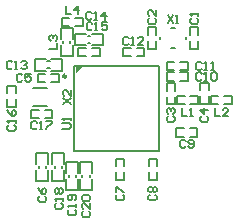
<source format=gto>
G04*
G04 #@! TF.GenerationSoftware,Altium Limited,Altium Designer,19.0.15 (446)*
G04*
G04 Layer_Color=65535*
%FSLAX24Y24*%
%MOIN*%
G70*
G01*
G75*
%ADD10C,0.0098*%
%ADD11C,0.0060*%
%ADD12C,0.0079*%
G36*
X-1181Y1378D02*
X-1378Y1181D01*
Y1378D01*
X-1181Y1378D01*
D02*
G37*
D10*
X-1699Y1083D02*
G03*
X-1699Y1083I-49J0D01*
G01*
D11*
X1654Y935D02*
Y1211D01*
X2362Y935D02*
Y1211D01*
X2106Y935D02*
X2362D01*
X1654D02*
X1909D01*
X2106Y1211D02*
X2362D01*
X1654D02*
X1909D01*
X3834Y164D02*
Y440D01*
X3126Y164D02*
Y440D01*
X3382D01*
X3578D02*
X3834D01*
X3126Y164D02*
X3382D01*
X3578D02*
X3834D01*
X2778Y166D02*
X2778Y422D01*
X2778Y874D02*
X2778Y618D01*
X3054Y166D02*
Y422D01*
X3054Y618D02*
X3054Y874D01*
X2778D02*
X3054D01*
X2778Y166D02*
X3054D01*
X2706Y164D02*
Y440D01*
X1998Y164D02*
Y440D01*
X2254Y440D01*
X2450Y440D02*
X2706D01*
X1998Y164D02*
X2254D01*
X2450D02*
X2706D01*
X1654Y148D02*
Y404D01*
Y601D02*
Y856D01*
X1930Y148D02*
Y404D01*
Y601D02*
Y856D01*
X1654D02*
X1930D01*
X1654Y148D02*
X1930D01*
X207Y1762D02*
Y2037D01*
X915Y1762D02*
Y2037D01*
X659Y1762D02*
X915D01*
X207D02*
X463D01*
X659Y2037D02*
X915D01*
X207D02*
X463D01*
X1053Y-2372D02*
X1329D01*
X1053Y-1663D02*
X1329D01*
Y-1919D02*
Y-1663D01*
Y-2372D02*
Y-2116D01*
X1053Y-1919D02*
Y-1663D01*
Y-2372D02*
Y-2116D01*
X-39Y-2372D02*
X236D01*
X-39Y-1663D02*
X236D01*
Y-1919D02*
Y-1663D01*
Y-2372D02*
Y-2116D01*
X-39Y-1919D02*
Y-1663D01*
Y-2372D02*
Y-2116D01*
X-2156Y-2411D02*
X-1762D01*
X-2156Y-1486D02*
X-1762D01*
Y-1850D02*
Y-1486D01*
Y-2411D02*
Y-2047D01*
X-2156Y-1850D02*
Y-1486D01*
Y-2411D02*
Y-2047D01*
X-2687Y-2411D02*
X-2293D01*
X-2687Y-1486D02*
X-2293D01*
Y-1850D02*
Y-1486D01*
Y-2411D02*
Y-2047D01*
X-2687Y-1850D02*
Y-1486D01*
Y-2411D02*
Y-2047D01*
X2677Y-925D02*
Y-650D01*
X1968Y-925D02*
Y-650D01*
X2224D01*
X2421D02*
X2677D01*
X1968Y-925D02*
X2224D01*
X2421D02*
X2677D01*
X2362Y1289D02*
Y1565D01*
X1654Y1289D02*
Y1565D01*
X1909D01*
X2106D02*
X2362D01*
X1654Y1289D02*
X1909D01*
X2106D02*
X2362D01*
X2437Y2006D02*
X2712D01*
X2437Y2715D02*
X2712D01*
Y2459D02*
Y2715D01*
Y2006D02*
Y2262D01*
X2437Y2459D02*
Y2715D01*
Y2006D02*
Y2262D01*
X1812Y2707D02*
X1937D01*
X1449Y2337D02*
Y2384D01*
X1812Y2014D02*
X1937D01*
X2300Y2337D02*
Y2384D01*
X1037Y2715D02*
X1312D01*
X1037Y2006D02*
X1312D01*
X1037D02*
Y2262D01*
Y2459D02*
Y2715D01*
X1312Y2006D02*
Y2262D01*
Y2459D02*
Y2715D01*
X-2746Y1270D02*
Y1663D01*
X-1821Y1270D02*
Y1663D01*
X-2185Y1270D02*
X-1821D01*
X-2746D02*
X-2382D01*
X-2185Y1663D02*
X-1821D01*
X-2746D02*
X-2382D01*
X-2648Y896D02*
Y1171D01*
X-1939Y896D02*
Y1171D01*
X-2195Y896D02*
X-1939D01*
X-2648D02*
X-2392D01*
X-2195Y1171D02*
X-1939D01*
X-2648D02*
X-2392D01*
X-2865Y-305D02*
Y-30D01*
X-2156Y-305D02*
Y-30D01*
X-2412Y-305D02*
X-2156D01*
X-2865D02*
X-2609D01*
X-2412Y-30D02*
X-2156D01*
X-2865D02*
X-2609D01*
X-3652Y768D02*
X-3377D01*
X-3652Y59D02*
X-3377D01*
X-3652D02*
Y315D01*
Y512D02*
Y768D01*
X-3377Y59D02*
Y315D01*
Y512D02*
Y768D01*
X-1870Y2687D02*
X-1476D01*
X-1870Y1762D02*
X-1476D01*
Y2323D02*
Y2687D01*
Y1762D02*
Y2126D01*
X-1870Y2323D02*
Y2687D01*
Y1762D02*
Y2126D01*
X-1841Y3041D02*
X-1585D01*
X-1388D02*
X-1132D01*
X-1841Y2766D02*
X-1585D01*
X-1388D02*
X-1132D01*
Y3041D01*
X-1841Y2766D02*
Y3041D01*
X-1693Y-2697D02*
X-1299D01*
X-1693Y-1772D02*
X-1299D01*
Y-2136D02*
Y-1772D01*
Y-2697D02*
Y-2333D01*
X-1693Y-2136D02*
Y-1772D01*
Y-2697D02*
Y-2333D01*
X-1230Y-2697D02*
X-837D01*
X-1230Y-1772D02*
X-837D01*
Y-2136D02*
Y-1772D01*
Y-2697D02*
Y-2333D01*
X-1230Y-2136D02*
Y-1772D01*
Y-2697D02*
Y-2333D01*
X-1388Y2112D02*
Y2506D01*
X-463Y2112D02*
Y2506D01*
X-827Y2112D02*
X-463D01*
X-1388D02*
X-1024D01*
X-827Y2506D02*
X-463D01*
X-1388D02*
X-1024D01*
X-576Y1762D02*
Y2038D01*
X-1284Y1762D02*
Y2038D01*
X-1028D01*
X-832D02*
X-576D01*
X-1284Y1762D02*
X-1028D01*
X-832D02*
X-576D01*
X2827Y1167D02*
X2782Y1212D01*
X2692D01*
X2647Y1167D01*
Y987D01*
X2692Y942D01*
X2782D01*
X2827Y987D01*
X2917Y942D02*
X3007D01*
X2962D01*
Y1212D01*
X2917Y1167D01*
X3142D02*
X3187Y1212D01*
X3277D01*
X3322Y1167D01*
Y987D01*
X3277Y942D01*
X3187D01*
X3142Y987D01*
Y1167D01*
X3257Y20D02*
Y-250D01*
X3437D01*
X3707D02*
X3527D01*
X3707Y-70D01*
Y-25D01*
X3662Y20D01*
X3572D01*
X3527Y-25D01*
X2822Y-250D02*
X2778Y-295D01*
Y-385D01*
X2822Y-430D01*
X3002D01*
X3047Y-385D01*
Y-295D01*
X3002Y-250D01*
X3047Y-25D02*
X2778D01*
X2912Y-160D01*
Y20D01*
X2167D02*
Y-250D01*
X2347D01*
X2437D02*
X2527D01*
X2482D01*
Y20D01*
X2437Y-25D01*
X1702Y-250D02*
X1658Y-295D01*
Y-385D01*
X1702Y-430D01*
X1882D01*
X1927Y-385D01*
Y-295D01*
X1882Y-250D01*
X1702Y-160D02*
X1658Y-115D01*
Y-25D01*
X1702Y20D01*
X1747D01*
X1792Y-25D01*
Y-70D01*
Y-25D01*
X1837Y20D01*
X1882D01*
X1927Y-25D01*
Y-115D01*
X1882Y-160D01*
X389Y2348D02*
X344Y2393D01*
X254D01*
X209Y2348D01*
Y2168D01*
X254Y2123D01*
X344D01*
X389Y2168D01*
X479Y2123D02*
X569D01*
X524D01*
Y2393D01*
X479Y2348D01*
X883Y2123D02*
X703D01*
X883Y2303D01*
Y2348D01*
X838Y2393D01*
X748D01*
X703Y2348D01*
X-1587Y-3370D02*
X-1632Y-3415D01*
Y-3505D01*
X-1587Y-3550D01*
X-1408D01*
X-1363Y-3505D01*
Y-3415D01*
X-1408Y-3370D01*
X-1363Y-3280D02*
Y-3190D01*
Y-3235D01*
X-1632D01*
X-1587Y-3280D01*
X-1408Y-3055D02*
X-1363Y-3010D01*
Y-2920D01*
X-1408Y-2875D01*
X-1587D01*
X-1632Y-2920D01*
Y-3010D01*
X-1587Y-3055D01*
X-1543D01*
X-1498Y-3010D01*
Y-2875D01*
X-2032Y-3150D02*
X-2077Y-3195D01*
Y-3285D01*
X-2032Y-3330D01*
X-1852D01*
X-1807Y-3285D01*
Y-3195D01*
X-1852Y-3150D01*
X-1807Y-3060D02*
Y-2970D01*
Y-3015D01*
X-2077D01*
X-2032Y-3060D01*
Y-2835D02*
X-2077Y-2790D01*
Y-2700D01*
X-2032Y-2655D01*
X-1987D01*
X-1942Y-2700D01*
X-1897Y-2655D01*
X-1852D01*
X-1807Y-2700D01*
Y-2790D01*
X-1852Y-2835D01*
X-1897D01*
X-1942Y-2790D01*
X-1987Y-2835D01*
X-2032D01*
X-1942Y-2790D02*
Y-2700D01*
X-2670Y-465D02*
X-2715Y-420D01*
X-2805D01*
X-2850Y-465D01*
Y-645D01*
X-2805Y-690D01*
X-2715D01*
X-2670Y-645D01*
X-2580Y-690D02*
X-2490D01*
X-2535D01*
Y-420D01*
X-2580Y-465D01*
X-2355Y-420D02*
X-2175D01*
Y-465D01*
X-2355Y-645D01*
Y-690D01*
X-3605Y-550D02*
X-3650Y-595D01*
Y-685D01*
X-3605Y-730D01*
X-3425D01*
X-3380Y-685D01*
Y-595D01*
X-3425Y-550D01*
X-3380Y-460D02*
Y-370D01*
Y-415D01*
X-3650D01*
X-3605Y-460D01*
X-3650Y-55D02*
X-3605Y-145D01*
X-3515Y-235D01*
X-3425D01*
X-3380Y-190D01*
Y-100D01*
X-3425Y-55D01*
X-3470D01*
X-3515Y-100D01*
Y-235D01*
X2827Y1517D02*
X2782Y1562D01*
X2692D01*
X2647Y1517D01*
Y1337D01*
X2692Y1292D01*
X2782D01*
X2827Y1337D01*
X2917Y1292D02*
X3007D01*
X2962D01*
Y1562D01*
X2917Y1517D01*
X3142Y1292D02*
X3232D01*
X3187D01*
Y1562D01*
X3142Y1517D01*
X-3150Y1125D02*
X-3195Y1170D01*
X-3285D01*
X-3330Y1125D01*
Y945D01*
X-3285Y900D01*
X-3195D01*
X-3150Y945D01*
X-2880Y1170D02*
X-3060D01*
Y1035D01*
X-2970Y1080D01*
X-2925D01*
X-2880Y1035D01*
Y945D01*
X-2925Y900D01*
X-3015D01*
X-3060Y945D01*
X-2582Y-2920D02*
X-2627Y-2965D01*
Y-3055D01*
X-2582Y-3100D01*
X-2402D01*
X-2357Y-3055D01*
Y-2965D01*
X-2402Y-2920D01*
X-2627Y-2650D02*
X-2582Y-2740D01*
X-2492Y-2830D01*
X-2402D01*
X-2357Y-2785D01*
Y-2695D01*
X-2402Y-2650D01*
X-2447D01*
X-2492Y-2695D01*
Y-2830D01*
X1095Y-2870D02*
X1050Y-2915D01*
Y-3005D01*
X1095Y-3050D01*
X1275D01*
X1320Y-3005D01*
Y-2915D01*
X1275Y-2870D01*
X1095Y-2780D02*
X1050Y-2735D01*
Y-2645D01*
X1095Y-2600D01*
X1140D01*
X1185Y-2645D01*
X1230Y-2600D01*
X1275D01*
X1320Y-2645D01*
Y-2735D01*
X1275Y-2780D01*
X1230D01*
X1185Y-2735D01*
X1140Y-2780D01*
X1095D01*
X1185Y-2735D02*
Y-2645D01*
X2492Y3011D02*
X2447Y2966D01*
Y2876D01*
X2492Y2831D01*
X2672D01*
X2717Y2876D01*
Y2966D01*
X2672Y3011D01*
X2717Y3101D02*
Y3191D01*
Y3146D01*
X2447D01*
X2492Y3101D01*
X1687Y3121D02*
X1867Y2851D01*
Y3121D02*
X1687Y2851D01*
X1957D02*
X2047D01*
X2002D01*
Y3121D01*
X1957Y3076D01*
X2290Y-1075D02*
X2245Y-1030D01*
X2155D01*
X2110Y-1075D01*
Y-1255D01*
X2155Y-1300D01*
X2245D01*
X2290Y-1255D01*
X2380D02*
X2425Y-1300D01*
X2515D01*
X2560Y-1255D01*
Y-1075D01*
X2515Y-1030D01*
X2425D01*
X2380Y-1075D01*
Y-1120D01*
X2425Y-1165D01*
X2560D01*
X5Y-2870D02*
X-40Y-2915D01*
Y-3005D01*
X5Y-3050D01*
X185D01*
X230Y-3005D01*
Y-2915D01*
X185Y-2870D01*
X-40Y-2780D02*
Y-2600D01*
X5D01*
X185Y-2780D01*
X230D01*
X1082Y3011D02*
X1037Y2966D01*
Y2876D01*
X1082Y2831D01*
X1262D01*
X1307Y2876D01*
Y2966D01*
X1262Y3011D01*
X1307Y3280D02*
Y3101D01*
X1127Y3280D01*
X1082D01*
X1037Y3235D01*
Y3146D01*
X1082Y3101D01*
X-1819Y-660D02*
X-1594D01*
X-1549Y-615D01*
Y-525D01*
X-1594Y-480D01*
X-1819D01*
X-1549Y-390D02*
Y-300D01*
Y-345D01*
X-1819D01*
X-1774Y-390D01*
X-1800Y170D02*
X-1530Y350D01*
X-1800D02*
X-1530Y170D01*
Y620D02*
Y440D01*
X-1710Y620D01*
X-1755D01*
X-1800Y575D01*
Y485D01*
X-1755Y440D01*
X-840Y3195D02*
X-885Y3240D01*
X-975D01*
X-1020Y3195D01*
Y3015D01*
X-975Y2970D01*
X-885D01*
X-840Y3015D01*
X-750Y2970D02*
X-660D01*
X-705D01*
Y3240D01*
X-750Y3195D01*
X-390Y2970D02*
Y3240D01*
X-525Y3105D01*
X-345D01*
X-3500Y1555D02*
X-3545Y1600D01*
X-3635D01*
X-3680Y1555D01*
Y1375D01*
X-3635Y1330D01*
X-3545D01*
X-3500Y1375D01*
X-3410Y1330D02*
X-3320D01*
X-3365D01*
Y1600D01*
X-3410Y1555D01*
X-3185D02*
X-3140Y1600D01*
X-3050D01*
X-3005Y1555D01*
Y1510D01*
X-3050Y1465D01*
X-3095D01*
X-3050D01*
X-3005Y1420D01*
Y1375D01*
X-3050Y1330D01*
X-3140D01*
X-3185Y1375D01*
X-1700Y3440D02*
Y3170D01*
X-1520D01*
X-1295D02*
Y3440D01*
X-1430Y3305D01*
X-1250D01*
X-2256Y2000D02*
X-1986D01*
Y2180D01*
X-2211Y2270D02*
X-2256Y2315D01*
Y2405D01*
X-2211Y2450D01*
X-2166D01*
X-2121Y2405D01*
Y2360D01*
Y2405D01*
X-2076Y2450D01*
X-2031D01*
X-1986Y2405D01*
Y2315D01*
X-2031Y2270D01*
X-1128Y-3420D02*
X-1172Y-3465D01*
Y-3555D01*
X-1128Y-3600D01*
X-948D01*
X-903Y-3555D01*
Y-3465D01*
X-948Y-3420D01*
X-903Y-3150D02*
Y-3330D01*
X-1083Y-3150D01*
X-1128D01*
X-1172Y-3195D01*
Y-3285D01*
X-1128Y-3330D01*
Y-3060D02*
X-1172Y-3015D01*
Y-2925D01*
X-1128Y-2880D01*
X-948D01*
X-903Y-2925D01*
Y-3015D01*
X-948Y-3060D01*
X-1128D01*
X-830Y2835D02*
X-875Y2880D01*
X-965D01*
X-1010Y2835D01*
Y2655D01*
X-965Y2610D01*
X-875D01*
X-830Y2655D01*
X-740Y2610D02*
X-650D01*
X-695D01*
Y2880D01*
X-740Y2835D01*
X-335Y2880D02*
X-515D01*
Y2745D01*
X-425Y2790D01*
X-380D01*
X-335Y2745D01*
Y2655D01*
X-380Y2610D01*
X-470D01*
X-515Y2655D01*
D12*
X-1841Y-1988D02*
Y-1909D01*
X-2077Y-1988D02*
Y-1909D01*
X-2372Y-1988D02*
Y-1909D01*
X-2608Y-1988D02*
Y-1909D01*
X-2323Y1348D02*
X-2244D01*
X-2323Y1585D02*
X-2244D01*
X-1555Y2185D02*
Y2264D01*
X-1791Y2185D02*
Y2264D01*
X-1378Y-2274D02*
Y-2195D01*
X-1614Y-2274D02*
Y-2195D01*
X-915Y-2274D02*
Y-2195D01*
X-1152Y-2274D02*
Y-2195D01*
X-965Y2191D02*
X-886D01*
X-965Y2427D02*
X-886D01*
X-1417Y-1417D02*
Y1417D01*
X1417Y-1417D02*
Y1417D01*
X-1417D02*
X1417D01*
X-1417Y-1417D02*
X1417D01*
X-2806Y108D02*
X-2334D01*
X-2806Y699D02*
X-2334D01*
M02*

</source>
